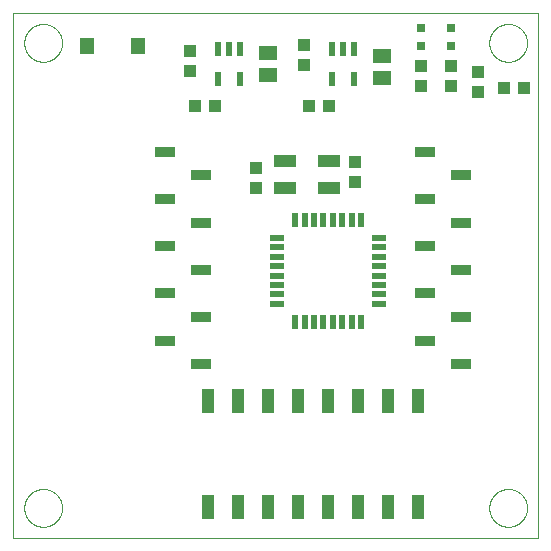
<source format=gtp>
G75*
%MOIN*%
%OFA0B0*%
%FSLAX25Y25*%
%IPPOS*%
%LPD*%
%AMOC8*
5,1,8,0,0,1.08239X$1,22.5*
%
%ADD10C,0.00000*%
%ADD11R,0.02200X0.05000*%
%ADD12R,0.05000X0.02200*%
%ADD13R,0.04300X0.07900*%
%ADD14R,0.03937X0.04331*%
%ADD15R,0.05000X0.05787*%
%ADD16R,0.03150X0.03150*%
%ADD17R,0.06693X0.03346*%
%ADD18R,0.07480X0.04331*%
%ADD19R,0.04331X0.03937*%
%ADD20R,0.02165X0.04724*%
%ADD21R,0.05906X0.05118*%
D10*
X0002800Y0003800D02*
X0002800Y0178800D01*
X0177800Y0178800D01*
X0177800Y0003800D01*
X0002800Y0003800D01*
X0006501Y0013800D02*
X0006503Y0013958D01*
X0006509Y0014116D01*
X0006519Y0014274D01*
X0006533Y0014432D01*
X0006551Y0014589D01*
X0006572Y0014746D01*
X0006598Y0014902D01*
X0006628Y0015058D01*
X0006661Y0015213D01*
X0006699Y0015366D01*
X0006740Y0015519D01*
X0006785Y0015671D01*
X0006834Y0015822D01*
X0006887Y0015971D01*
X0006943Y0016119D01*
X0007003Y0016265D01*
X0007067Y0016410D01*
X0007135Y0016553D01*
X0007206Y0016695D01*
X0007280Y0016835D01*
X0007358Y0016972D01*
X0007440Y0017108D01*
X0007524Y0017242D01*
X0007613Y0017373D01*
X0007704Y0017502D01*
X0007799Y0017629D01*
X0007896Y0017754D01*
X0007997Y0017876D01*
X0008101Y0017995D01*
X0008208Y0018112D01*
X0008318Y0018226D01*
X0008431Y0018337D01*
X0008546Y0018446D01*
X0008664Y0018551D01*
X0008785Y0018653D01*
X0008908Y0018753D01*
X0009034Y0018849D01*
X0009162Y0018942D01*
X0009292Y0019032D01*
X0009425Y0019118D01*
X0009560Y0019202D01*
X0009696Y0019281D01*
X0009835Y0019358D01*
X0009976Y0019430D01*
X0010118Y0019500D01*
X0010262Y0019565D01*
X0010408Y0019627D01*
X0010555Y0019685D01*
X0010704Y0019740D01*
X0010854Y0019791D01*
X0011005Y0019838D01*
X0011157Y0019881D01*
X0011310Y0019920D01*
X0011465Y0019956D01*
X0011620Y0019987D01*
X0011776Y0020015D01*
X0011932Y0020039D01*
X0012089Y0020059D01*
X0012247Y0020075D01*
X0012404Y0020087D01*
X0012563Y0020095D01*
X0012721Y0020099D01*
X0012879Y0020099D01*
X0013037Y0020095D01*
X0013196Y0020087D01*
X0013353Y0020075D01*
X0013511Y0020059D01*
X0013668Y0020039D01*
X0013824Y0020015D01*
X0013980Y0019987D01*
X0014135Y0019956D01*
X0014290Y0019920D01*
X0014443Y0019881D01*
X0014595Y0019838D01*
X0014746Y0019791D01*
X0014896Y0019740D01*
X0015045Y0019685D01*
X0015192Y0019627D01*
X0015338Y0019565D01*
X0015482Y0019500D01*
X0015624Y0019430D01*
X0015765Y0019358D01*
X0015904Y0019281D01*
X0016040Y0019202D01*
X0016175Y0019118D01*
X0016308Y0019032D01*
X0016438Y0018942D01*
X0016566Y0018849D01*
X0016692Y0018753D01*
X0016815Y0018653D01*
X0016936Y0018551D01*
X0017054Y0018446D01*
X0017169Y0018337D01*
X0017282Y0018226D01*
X0017392Y0018112D01*
X0017499Y0017995D01*
X0017603Y0017876D01*
X0017704Y0017754D01*
X0017801Y0017629D01*
X0017896Y0017502D01*
X0017987Y0017373D01*
X0018076Y0017242D01*
X0018160Y0017108D01*
X0018242Y0016972D01*
X0018320Y0016835D01*
X0018394Y0016695D01*
X0018465Y0016553D01*
X0018533Y0016410D01*
X0018597Y0016265D01*
X0018657Y0016119D01*
X0018713Y0015971D01*
X0018766Y0015822D01*
X0018815Y0015671D01*
X0018860Y0015519D01*
X0018901Y0015366D01*
X0018939Y0015213D01*
X0018972Y0015058D01*
X0019002Y0014902D01*
X0019028Y0014746D01*
X0019049Y0014589D01*
X0019067Y0014432D01*
X0019081Y0014274D01*
X0019091Y0014116D01*
X0019097Y0013958D01*
X0019099Y0013800D01*
X0019097Y0013642D01*
X0019091Y0013484D01*
X0019081Y0013326D01*
X0019067Y0013168D01*
X0019049Y0013011D01*
X0019028Y0012854D01*
X0019002Y0012698D01*
X0018972Y0012542D01*
X0018939Y0012387D01*
X0018901Y0012234D01*
X0018860Y0012081D01*
X0018815Y0011929D01*
X0018766Y0011778D01*
X0018713Y0011629D01*
X0018657Y0011481D01*
X0018597Y0011335D01*
X0018533Y0011190D01*
X0018465Y0011047D01*
X0018394Y0010905D01*
X0018320Y0010765D01*
X0018242Y0010628D01*
X0018160Y0010492D01*
X0018076Y0010358D01*
X0017987Y0010227D01*
X0017896Y0010098D01*
X0017801Y0009971D01*
X0017704Y0009846D01*
X0017603Y0009724D01*
X0017499Y0009605D01*
X0017392Y0009488D01*
X0017282Y0009374D01*
X0017169Y0009263D01*
X0017054Y0009154D01*
X0016936Y0009049D01*
X0016815Y0008947D01*
X0016692Y0008847D01*
X0016566Y0008751D01*
X0016438Y0008658D01*
X0016308Y0008568D01*
X0016175Y0008482D01*
X0016040Y0008398D01*
X0015904Y0008319D01*
X0015765Y0008242D01*
X0015624Y0008170D01*
X0015482Y0008100D01*
X0015338Y0008035D01*
X0015192Y0007973D01*
X0015045Y0007915D01*
X0014896Y0007860D01*
X0014746Y0007809D01*
X0014595Y0007762D01*
X0014443Y0007719D01*
X0014290Y0007680D01*
X0014135Y0007644D01*
X0013980Y0007613D01*
X0013824Y0007585D01*
X0013668Y0007561D01*
X0013511Y0007541D01*
X0013353Y0007525D01*
X0013196Y0007513D01*
X0013037Y0007505D01*
X0012879Y0007501D01*
X0012721Y0007501D01*
X0012563Y0007505D01*
X0012404Y0007513D01*
X0012247Y0007525D01*
X0012089Y0007541D01*
X0011932Y0007561D01*
X0011776Y0007585D01*
X0011620Y0007613D01*
X0011465Y0007644D01*
X0011310Y0007680D01*
X0011157Y0007719D01*
X0011005Y0007762D01*
X0010854Y0007809D01*
X0010704Y0007860D01*
X0010555Y0007915D01*
X0010408Y0007973D01*
X0010262Y0008035D01*
X0010118Y0008100D01*
X0009976Y0008170D01*
X0009835Y0008242D01*
X0009696Y0008319D01*
X0009560Y0008398D01*
X0009425Y0008482D01*
X0009292Y0008568D01*
X0009162Y0008658D01*
X0009034Y0008751D01*
X0008908Y0008847D01*
X0008785Y0008947D01*
X0008664Y0009049D01*
X0008546Y0009154D01*
X0008431Y0009263D01*
X0008318Y0009374D01*
X0008208Y0009488D01*
X0008101Y0009605D01*
X0007997Y0009724D01*
X0007896Y0009846D01*
X0007799Y0009971D01*
X0007704Y0010098D01*
X0007613Y0010227D01*
X0007524Y0010358D01*
X0007440Y0010492D01*
X0007358Y0010628D01*
X0007280Y0010765D01*
X0007206Y0010905D01*
X0007135Y0011047D01*
X0007067Y0011190D01*
X0007003Y0011335D01*
X0006943Y0011481D01*
X0006887Y0011629D01*
X0006834Y0011778D01*
X0006785Y0011929D01*
X0006740Y0012081D01*
X0006699Y0012234D01*
X0006661Y0012387D01*
X0006628Y0012542D01*
X0006598Y0012698D01*
X0006572Y0012854D01*
X0006551Y0013011D01*
X0006533Y0013168D01*
X0006519Y0013326D01*
X0006509Y0013484D01*
X0006503Y0013642D01*
X0006501Y0013800D01*
X0006501Y0168800D02*
X0006503Y0168958D01*
X0006509Y0169116D01*
X0006519Y0169274D01*
X0006533Y0169432D01*
X0006551Y0169589D01*
X0006572Y0169746D01*
X0006598Y0169902D01*
X0006628Y0170058D01*
X0006661Y0170213D01*
X0006699Y0170366D01*
X0006740Y0170519D01*
X0006785Y0170671D01*
X0006834Y0170822D01*
X0006887Y0170971D01*
X0006943Y0171119D01*
X0007003Y0171265D01*
X0007067Y0171410D01*
X0007135Y0171553D01*
X0007206Y0171695D01*
X0007280Y0171835D01*
X0007358Y0171972D01*
X0007440Y0172108D01*
X0007524Y0172242D01*
X0007613Y0172373D01*
X0007704Y0172502D01*
X0007799Y0172629D01*
X0007896Y0172754D01*
X0007997Y0172876D01*
X0008101Y0172995D01*
X0008208Y0173112D01*
X0008318Y0173226D01*
X0008431Y0173337D01*
X0008546Y0173446D01*
X0008664Y0173551D01*
X0008785Y0173653D01*
X0008908Y0173753D01*
X0009034Y0173849D01*
X0009162Y0173942D01*
X0009292Y0174032D01*
X0009425Y0174118D01*
X0009560Y0174202D01*
X0009696Y0174281D01*
X0009835Y0174358D01*
X0009976Y0174430D01*
X0010118Y0174500D01*
X0010262Y0174565D01*
X0010408Y0174627D01*
X0010555Y0174685D01*
X0010704Y0174740D01*
X0010854Y0174791D01*
X0011005Y0174838D01*
X0011157Y0174881D01*
X0011310Y0174920D01*
X0011465Y0174956D01*
X0011620Y0174987D01*
X0011776Y0175015D01*
X0011932Y0175039D01*
X0012089Y0175059D01*
X0012247Y0175075D01*
X0012404Y0175087D01*
X0012563Y0175095D01*
X0012721Y0175099D01*
X0012879Y0175099D01*
X0013037Y0175095D01*
X0013196Y0175087D01*
X0013353Y0175075D01*
X0013511Y0175059D01*
X0013668Y0175039D01*
X0013824Y0175015D01*
X0013980Y0174987D01*
X0014135Y0174956D01*
X0014290Y0174920D01*
X0014443Y0174881D01*
X0014595Y0174838D01*
X0014746Y0174791D01*
X0014896Y0174740D01*
X0015045Y0174685D01*
X0015192Y0174627D01*
X0015338Y0174565D01*
X0015482Y0174500D01*
X0015624Y0174430D01*
X0015765Y0174358D01*
X0015904Y0174281D01*
X0016040Y0174202D01*
X0016175Y0174118D01*
X0016308Y0174032D01*
X0016438Y0173942D01*
X0016566Y0173849D01*
X0016692Y0173753D01*
X0016815Y0173653D01*
X0016936Y0173551D01*
X0017054Y0173446D01*
X0017169Y0173337D01*
X0017282Y0173226D01*
X0017392Y0173112D01*
X0017499Y0172995D01*
X0017603Y0172876D01*
X0017704Y0172754D01*
X0017801Y0172629D01*
X0017896Y0172502D01*
X0017987Y0172373D01*
X0018076Y0172242D01*
X0018160Y0172108D01*
X0018242Y0171972D01*
X0018320Y0171835D01*
X0018394Y0171695D01*
X0018465Y0171553D01*
X0018533Y0171410D01*
X0018597Y0171265D01*
X0018657Y0171119D01*
X0018713Y0170971D01*
X0018766Y0170822D01*
X0018815Y0170671D01*
X0018860Y0170519D01*
X0018901Y0170366D01*
X0018939Y0170213D01*
X0018972Y0170058D01*
X0019002Y0169902D01*
X0019028Y0169746D01*
X0019049Y0169589D01*
X0019067Y0169432D01*
X0019081Y0169274D01*
X0019091Y0169116D01*
X0019097Y0168958D01*
X0019099Y0168800D01*
X0019097Y0168642D01*
X0019091Y0168484D01*
X0019081Y0168326D01*
X0019067Y0168168D01*
X0019049Y0168011D01*
X0019028Y0167854D01*
X0019002Y0167698D01*
X0018972Y0167542D01*
X0018939Y0167387D01*
X0018901Y0167234D01*
X0018860Y0167081D01*
X0018815Y0166929D01*
X0018766Y0166778D01*
X0018713Y0166629D01*
X0018657Y0166481D01*
X0018597Y0166335D01*
X0018533Y0166190D01*
X0018465Y0166047D01*
X0018394Y0165905D01*
X0018320Y0165765D01*
X0018242Y0165628D01*
X0018160Y0165492D01*
X0018076Y0165358D01*
X0017987Y0165227D01*
X0017896Y0165098D01*
X0017801Y0164971D01*
X0017704Y0164846D01*
X0017603Y0164724D01*
X0017499Y0164605D01*
X0017392Y0164488D01*
X0017282Y0164374D01*
X0017169Y0164263D01*
X0017054Y0164154D01*
X0016936Y0164049D01*
X0016815Y0163947D01*
X0016692Y0163847D01*
X0016566Y0163751D01*
X0016438Y0163658D01*
X0016308Y0163568D01*
X0016175Y0163482D01*
X0016040Y0163398D01*
X0015904Y0163319D01*
X0015765Y0163242D01*
X0015624Y0163170D01*
X0015482Y0163100D01*
X0015338Y0163035D01*
X0015192Y0162973D01*
X0015045Y0162915D01*
X0014896Y0162860D01*
X0014746Y0162809D01*
X0014595Y0162762D01*
X0014443Y0162719D01*
X0014290Y0162680D01*
X0014135Y0162644D01*
X0013980Y0162613D01*
X0013824Y0162585D01*
X0013668Y0162561D01*
X0013511Y0162541D01*
X0013353Y0162525D01*
X0013196Y0162513D01*
X0013037Y0162505D01*
X0012879Y0162501D01*
X0012721Y0162501D01*
X0012563Y0162505D01*
X0012404Y0162513D01*
X0012247Y0162525D01*
X0012089Y0162541D01*
X0011932Y0162561D01*
X0011776Y0162585D01*
X0011620Y0162613D01*
X0011465Y0162644D01*
X0011310Y0162680D01*
X0011157Y0162719D01*
X0011005Y0162762D01*
X0010854Y0162809D01*
X0010704Y0162860D01*
X0010555Y0162915D01*
X0010408Y0162973D01*
X0010262Y0163035D01*
X0010118Y0163100D01*
X0009976Y0163170D01*
X0009835Y0163242D01*
X0009696Y0163319D01*
X0009560Y0163398D01*
X0009425Y0163482D01*
X0009292Y0163568D01*
X0009162Y0163658D01*
X0009034Y0163751D01*
X0008908Y0163847D01*
X0008785Y0163947D01*
X0008664Y0164049D01*
X0008546Y0164154D01*
X0008431Y0164263D01*
X0008318Y0164374D01*
X0008208Y0164488D01*
X0008101Y0164605D01*
X0007997Y0164724D01*
X0007896Y0164846D01*
X0007799Y0164971D01*
X0007704Y0165098D01*
X0007613Y0165227D01*
X0007524Y0165358D01*
X0007440Y0165492D01*
X0007358Y0165628D01*
X0007280Y0165765D01*
X0007206Y0165905D01*
X0007135Y0166047D01*
X0007067Y0166190D01*
X0007003Y0166335D01*
X0006943Y0166481D01*
X0006887Y0166629D01*
X0006834Y0166778D01*
X0006785Y0166929D01*
X0006740Y0167081D01*
X0006699Y0167234D01*
X0006661Y0167387D01*
X0006628Y0167542D01*
X0006598Y0167698D01*
X0006572Y0167854D01*
X0006551Y0168011D01*
X0006533Y0168168D01*
X0006519Y0168326D01*
X0006509Y0168484D01*
X0006503Y0168642D01*
X0006501Y0168800D01*
X0161501Y0168800D02*
X0161503Y0168958D01*
X0161509Y0169116D01*
X0161519Y0169274D01*
X0161533Y0169432D01*
X0161551Y0169589D01*
X0161572Y0169746D01*
X0161598Y0169902D01*
X0161628Y0170058D01*
X0161661Y0170213D01*
X0161699Y0170366D01*
X0161740Y0170519D01*
X0161785Y0170671D01*
X0161834Y0170822D01*
X0161887Y0170971D01*
X0161943Y0171119D01*
X0162003Y0171265D01*
X0162067Y0171410D01*
X0162135Y0171553D01*
X0162206Y0171695D01*
X0162280Y0171835D01*
X0162358Y0171972D01*
X0162440Y0172108D01*
X0162524Y0172242D01*
X0162613Y0172373D01*
X0162704Y0172502D01*
X0162799Y0172629D01*
X0162896Y0172754D01*
X0162997Y0172876D01*
X0163101Y0172995D01*
X0163208Y0173112D01*
X0163318Y0173226D01*
X0163431Y0173337D01*
X0163546Y0173446D01*
X0163664Y0173551D01*
X0163785Y0173653D01*
X0163908Y0173753D01*
X0164034Y0173849D01*
X0164162Y0173942D01*
X0164292Y0174032D01*
X0164425Y0174118D01*
X0164560Y0174202D01*
X0164696Y0174281D01*
X0164835Y0174358D01*
X0164976Y0174430D01*
X0165118Y0174500D01*
X0165262Y0174565D01*
X0165408Y0174627D01*
X0165555Y0174685D01*
X0165704Y0174740D01*
X0165854Y0174791D01*
X0166005Y0174838D01*
X0166157Y0174881D01*
X0166310Y0174920D01*
X0166465Y0174956D01*
X0166620Y0174987D01*
X0166776Y0175015D01*
X0166932Y0175039D01*
X0167089Y0175059D01*
X0167247Y0175075D01*
X0167404Y0175087D01*
X0167563Y0175095D01*
X0167721Y0175099D01*
X0167879Y0175099D01*
X0168037Y0175095D01*
X0168196Y0175087D01*
X0168353Y0175075D01*
X0168511Y0175059D01*
X0168668Y0175039D01*
X0168824Y0175015D01*
X0168980Y0174987D01*
X0169135Y0174956D01*
X0169290Y0174920D01*
X0169443Y0174881D01*
X0169595Y0174838D01*
X0169746Y0174791D01*
X0169896Y0174740D01*
X0170045Y0174685D01*
X0170192Y0174627D01*
X0170338Y0174565D01*
X0170482Y0174500D01*
X0170624Y0174430D01*
X0170765Y0174358D01*
X0170904Y0174281D01*
X0171040Y0174202D01*
X0171175Y0174118D01*
X0171308Y0174032D01*
X0171438Y0173942D01*
X0171566Y0173849D01*
X0171692Y0173753D01*
X0171815Y0173653D01*
X0171936Y0173551D01*
X0172054Y0173446D01*
X0172169Y0173337D01*
X0172282Y0173226D01*
X0172392Y0173112D01*
X0172499Y0172995D01*
X0172603Y0172876D01*
X0172704Y0172754D01*
X0172801Y0172629D01*
X0172896Y0172502D01*
X0172987Y0172373D01*
X0173076Y0172242D01*
X0173160Y0172108D01*
X0173242Y0171972D01*
X0173320Y0171835D01*
X0173394Y0171695D01*
X0173465Y0171553D01*
X0173533Y0171410D01*
X0173597Y0171265D01*
X0173657Y0171119D01*
X0173713Y0170971D01*
X0173766Y0170822D01*
X0173815Y0170671D01*
X0173860Y0170519D01*
X0173901Y0170366D01*
X0173939Y0170213D01*
X0173972Y0170058D01*
X0174002Y0169902D01*
X0174028Y0169746D01*
X0174049Y0169589D01*
X0174067Y0169432D01*
X0174081Y0169274D01*
X0174091Y0169116D01*
X0174097Y0168958D01*
X0174099Y0168800D01*
X0174097Y0168642D01*
X0174091Y0168484D01*
X0174081Y0168326D01*
X0174067Y0168168D01*
X0174049Y0168011D01*
X0174028Y0167854D01*
X0174002Y0167698D01*
X0173972Y0167542D01*
X0173939Y0167387D01*
X0173901Y0167234D01*
X0173860Y0167081D01*
X0173815Y0166929D01*
X0173766Y0166778D01*
X0173713Y0166629D01*
X0173657Y0166481D01*
X0173597Y0166335D01*
X0173533Y0166190D01*
X0173465Y0166047D01*
X0173394Y0165905D01*
X0173320Y0165765D01*
X0173242Y0165628D01*
X0173160Y0165492D01*
X0173076Y0165358D01*
X0172987Y0165227D01*
X0172896Y0165098D01*
X0172801Y0164971D01*
X0172704Y0164846D01*
X0172603Y0164724D01*
X0172499Y0164605D01*
X0172392Y0164488D01*
X0172282Y0164374D01*
X0172169Y0164263D01*
X0172054Y0164154D01*
X0171936Y0164049D01*
X0171815Y0163947D01*
X0171692Y0163847D01*
X0171566Y0163751D01*
X0171438Y0163658D01*
X0171308Y0163568D01*
X0171175Y0163482D01*
X0171040Y0163398D01*
X0170904Y0163319D01*
X0170765Y0163242D01*
X0170624Y0163170D01*
X0170482Y0163100D01*
X0170338Y0163035D01*
X0170192Y0162973D01*
X0170045Y0162915D01*
X0169896Y0162860D01*
X0169746Y0162809D01*
X0169595Y0162762D01*
X0169443Y0162719D01*
X0169290Y0162680D01*
X0169135Y0162644D01*
X0168980Y0162613D01*
X0168824Y0162585D01*
X0168668Y0162561D01*
X0168511Y0162541D01*
X0168353Y0162525D01*
X0168196Y0162513D01*
X0168037Y0162505D01*
X0167879Y0162501D01*
X0167721Y0162501D01*
X0167563Y0162505D01*
X0167404Y0162513D01*
X0167247Y0162525D01*
X0167089Y0162541D01*
X0166932Y0162561D01*
X0166776Y0162585D01*
X0166620Y0162613D01*
X0166465Y0162644D01*
X0166310Y0162680D01*
X0166157Y0162719D01*
X0166005Y0162762D01*
X0165854Y0162809D01*
X0165704Y0162860D01*
X0165555Y0162915D01*
X0165408Y0162973D01*
X0165262Y0163035D01*
X0165118Y0163100D01*
X0164976Y0163170D01*
X0164835Y0163242D01*
X0164696Y0163319D01*
X0164560Y0163398D01*
X0164425Y0163482D01*
X0164292Y0163568D01*
X0164162Y0163658D01*
X0164034Y0163751D01*
X0163908Y0163847D01*
X0163785Y0163947D01*
X0163664Y0164049D01*
X0163546Y0164154D01*
X0163431Y0164263D01*
X0163318Y0164374D01*
X0163208Y0164488D01*
X0163101Y0164605D01*
X0162997Y0164724D01*
X0162896Y0164846D01*
X0162799Y0164971D01*
X0162704Y0165098D01*
X0162613Y0165227D01*
X0162524Y0165358D01*
X0162440Y0165492D01*
X0162358Y0165628D01*
X0162280Y0165765D01*
X0162206Y0165905D01*
X0162135Y0166047D01*
X0162067Y0166190D01*
X0162003Y0166335D01*
X0161943Y0166481D01*
X0161887Y0166629D01*
X0161834Y0166778D01*
X0161785Y0166929D01*
X0161740Y0167081D01*
X0161699Y0167234D01*
X0161661Y0167387D01*
X0161628Y0167542D01*
X0161598Y0167698D01*
X0161572Y0167854D01*
X0161551Y0168011D01*
X0161533Y0168168D01*
X0161519Y0168326D01*
X0161509Y0168484D01*
X0161503Y0168642D01*
X0161501Y0168800D01*
X0161501Y0013800D02*
X0161503Y0013958D01*
X0161509Y0014116D01*
X0161519Y0014274D01*
X0161533Y0014432D01*
X0161551Y0014589D01*
X0161572Y0014746D01*
X0161598Y0014902D01*
X0161628Y0015058D01*
X0161661Y0015213D01*
X0161699Y0015366D01*
X0161740Y0015519D01*
X0161785Y0015671D01*
X0161834Y0015822D01*
X0161887Y0015971D01*
X0161943Y0016119D01*
X0162003Y0016265D01*
X0162067Y0016410D01*
X0162135Y0016553D01*
X0162206Y0016695D01*
X0162280Y0016835D01*
X0162358Y0016972D01*
X0162440Y0017108D01*
X0162524Y0017242D01*
X0162613Y0017373D01*
X0162704Y0017502D01*
X0162799Y0017629D01*
X0162896Y0017754D01*
X0162997Y0017876D01*
X0163101Y0017995D01*
X0163208Y0018112D01*
X0163318Y0018226D01*
X0163431Y0018337D01*
X0163546Y0018446D01*
X0163664Y0018551D01*
X0163785Y0018653D01*
X0163908Y0018753D01*
X0164034Y0018849D01*
X0164162Y0018942D01*
X0164292Y0019032D01*
X0164425Y0019118D01*
X0164560Y0019202D01*
X0164696Y0019281D01*
X0164835Y0019358D01*
X0164976Y0019430D01*
X0165118Y0019500D01*
X0165262Y0019565D01*
X0165408Y0019627D01*
X0165555Y0019685D01*
X0165704Y0019740D01*
X0165854Y0019791D01*
X0166005Y0019838D01*
X0166157Y0019881D01*
X0166310Y0019920D01*
X0166465Y0019956D01*
X0166620Y0019987D01*
X0166776Y0020015D01*
X0166932Y0020039D01*
X0167089Y0020059D01*
X0167247Y0020075D01*
X0167404Y0020087D01*
X0167563Y0020095D01*
X0167721Y0020099D01*
X0167879Y0020099D01*
X0168037Y0020095D01*
X0168196Y0020087D01*
X0168353Y0020075D01*
X0168511Y0020059D01*
X0168668Y0020039D01*
X0168824Y0020015D01*
X0168980Y0019987D01*
X0169135Y0019956D01*
X0169290Y0019920D01*
X0169443Y0019881D01*
X0169595Y0019838D01*
X0169746Y0019791D01*
X0169896Y0019740D01*
X0170045Y0019685D01*
X0170192Y0019627D01*
X0170338Y0019565D01*
X0170482Y0019500D01*
X0170624Y0019430D01*
X0170765Y0019358D01*
X0170904Y0019281D01*
X0171040Y0019202D01*
X0171175Y0019118D01*
X0171308Y0019032D01*
X0171438Y0018942D01*
X0171566Y0018849D01*
X0171692Y0018753D01*
X0171815Y0018653D01*
X0171936Y0018551D01*
X0172054Y0018446D01*
X0172169Y0018337D01*
X0172282Y0018226D01*
X0172392Y0018112D01*
X0172499Y0017995D01*
X0172603Y0017876D01*
X0172704Y0017754D01*
X0172801Y0017629D01*
X0172896Y0017502D01*
X0172987Y0017373D01*
X0173076Y0017242D01*
X0173160Y0017108D01*
X0173242Y0016972D01*
X0173320Y0016835D01*
X0173394Y0016695D01*
X0173465Y0016553D01*
X0173533Y0016410D01*
X0173597Y0016265D01*
X0173657Y0016119D01*
X0173713Y0015971D01*
X0173766Y0015822D01*
X0173815Y0015671D01*
X0173860Y0015519D01*
X0173901Y0015366D01*
X0173939Y0015213D01*
X0173972Y0015058D01*
X0174002Y0014902D01*
X0174028Y0014746D01*
X0174049Y0014589D01*
X0174067Y0014432D01*
X0174081Y0014274D01*
X0174091Y0014116D01*
X0174097Y0013958D01*
X0174099Y0013800D01*
X0174097Y0013642D01*
X0174091Y0013484D01*
X0174081Y0013326D01*
X0174067Y0013168D01*
X0174049Y0013011D01*
X0174028Y0012854D01*
X0174002Y0012698D01*
X0173972Y0012542D01*
X0173939Y0012387D01*
X0173901Y0012234D01*
X0173860Y0012081D01*
X0173815Y0011929D01*
X0173766Y0011778D01*
X0173713Y0011629D01*
X0173657Y0011481D01*
X0173597Y0011335D01*
X0173533Y0011190D01*
X0173465Y0011047D01*
X0173394Y0010905D01*
X0173320Y0010765D01*
X0173242Y0010628D01*
X0173160Y0010492D01*
X0173076Y0010358D01*
X0172987Y0010227D01*
X0172896Y0010098D01*
X0172801Y0009971D01*
X0172704Y0009846D01*
X0172603Y0009724D01*
X0172499Y0009605D01*
X0172392Y0009488D01*
X0172282Y0009374D01*
X0172169Y0009263D01*
X0172054Y0009154D01*
X0171936Y0009049D01*
X0171815Y0008947D01*
X0171692Y0008847D01*
X0171566Y0008751D01*
X0171438Y0008658D01*
X0171308Y0008568D01*
X0171175Y0008482D01*
X0171040Y0008398D01*
X0170904Y0008319D01*
X0170765Y0008242D01*
X0170624Y0008170D01*
X0170482Y0008100D01*
X0170338Y0008035D01*
X0170192Y0007973D01*
X0170045Y0007915D01*
X0169896Y0007860D01*
X0169746Y0007809D01*
X0169595Y0007762D01*
X0169443Y0007719D01*
X0169290Y0007680D01*
X0169135Y0007644D01*
X0168980Y0007613D01*
X0168824Y0007585D01*
X0168668Y0007561D01*
X0168511Y0007541D01*
X0168353Y0007525D01*
X0168196Y0007513D01*
X0168037Y0007505D01*
X0167879Y0007501D01*
X0167721Y0007501D01*
X0167563Y0007505D01*
X0167404Y0007513D01*
X0167247Y0007525D01*
X0167089Y0007541D01*
X0166932Y0007561D01*
X0166776Y0007585D01*
X0166620Y0007613D01*
X0166465Y0007644D01*
X0166310Y0007680D01*
X0166157Y0007719D01*
X0166005Y0007762D01*
X0165854Y0007809D01*
X0165704Y0007860D01*
X0165555Y0007915D01*
X0165408Y0007973D01*
X0165262Y0008035D01*
X0165118Y0008100D01*
X0164976Y0008170D01*
X0164835Y0008242D01*
X0164696Y0008319D01*
X0164560Y0008398D01*
X0164425Y0008482D01*
X0164292Y0008568D01*
X0164162Y0008658D01*
X0164034Y0008751D01*
X0163908Y0008847D01*
X0163785Y0008947D01*
X0163664Y0009049D01*
X0163546Y0009154D01*
X0163431Y0009263D01*
X0163318Y0009374D01*
X0163208Y0009488D01*
X0163101Y0009605D01*
X0162997Y0009724D01*
X0162896Y0009846D01*
X0162799Y0009971D01*
X0162704Y0010098D01*
X0162613Y0010227D01*
X0162524Y0010358D01*
X0162440Y0010492D01*
X0162358Y0010628D01*
X0162280Y0010765D01*
X0162206Y0010905D01*
X0162135Y0011047D01*
X0162067Y0011190D01*
X0162003Y0011335D01*
X0161943Y0011481D01*
X0161887Y0011629D01*
X0161834Y0011778D01*
X0161785Y0011929D01*
X0161740Y0012081D01*
X0161699Y0012234D01*
X0161661Y0012387D01*
X0161628Y0012542D01*
X0161598Y0012698D01*
X0161572Y0012854D01*
X0161551Y0013011D01*
X0161533Y0013168D01*
X0161519Y0013326D01*
X0161509Y0013484D01*
X0161503Y0013642D01*
X0161501Y0013800D01*
D11*
X0118824Y0075900D03*
X0115674Y0075900D03*
X0112524Y0075900D03*
X0109375Y0075900D03*
X0106225Y0075900D03*
X0103076Y0075900D03*
X0099926Y0075900D03*
X0096776Y0075900D03*
X0096776Y0109700D03*
X0099926Y0109700D03*
X0103076Y0109700D03*
X0106225Y0109700D03*
X0109375Y0109700D03*
X0112524Y0109700D03*
X0115674Y0109700D03*
X0118824Y0109700D03*
D12*
X0124700Y0103824D03*
X0124700Y0100674D03*
X0124700Y0097524D03*
X0124700Y0094375D03*
X0124700Y0091225D03*
X0124700Y0088076D03*
X0124700Y0084926D03*
X0124700Y0081776D03*
X0090900Y0081776D03*
X0090900Y0084926D03*
X0090900Y0088076D03*
X0090900Y0091225D03*
X0090900Y0094375D03*
X0090900Y0097524D03*
X0090900Y0100674D03*
X0090900Y0103824D03*
D13*
X0087800Y0049500D03*
X0077800Y0049500D03*
X0067800Y0049500D03*
X0097800Y0049500D03*
X0107800Y0049500D03*
X0117800Y0049500D03*
X0127800Y0049500D03*
X0137800Y0049500D03*
X0137800Y0014100D03*
X0127800Y0014100D03*
X0117800Y0014100D03*
X0107800Y0014100D03*
X0097800Y0014100D03*
X0087800Y0014100D03*
X0077800Y0014100D03*
X0067800Y0014100D03*
D14*
X0083800Y0120454D03*
X0083800Y0127146D03*
X0061800Y0159454D03*
X0061800Y0166146D03*
X0099800Y0168146D03*
X0099800Y0161454D03*
X0116800Y0129146D03*
X0116800Y0122454D03*
X0138800Y0154454D03*
X0138800Y0161146D03*
X0148800Y0161146D03*
X0148800Y0154454D03*
X0157800Y0152454D03*
X0157800Y0159146D03*
D15*
X0044265Y0167800D03*
X0027335Y0167800D03*
D16*
X0138800Y0167847D03*
X0138800Y0173753D03*
X0148800Y0173753D03*
X0148800Y0167847D03*
D17*
X0140202Y0132540D03*
X0152013Y0124666D03*
X0140202Y0116792D03*
X0152013Y0108918D03*
X0140202Y0101044D03*
X0152013Y0093170D03*
X0140202Y0085296D03*
X0152013Y0077422D03*
X0140202Y0069548D03*
X0152013Y0061674D03*
X0065398Y0061674D03*
X0053587Y0069548D03*
X0065398Y0077422D03*
X0053587Y0085296D03*
X0065398Y0093170D03*
X0053587Y0101044D03*
X0065398Y0108918D03*
X0053587Y0116792D03*
X0065398Y0124666D03*
X0053587Y0132540D03*
D18*
X0093517Y0129328D03*
X0093517Y0120272D03*
X0108083Y0120272D03*
X0108083Y0129328D03*
D19*
X0108146Y0147800D03*
X0101454Y0147800D03*
X0070146Y0147800D03*
X0063454Y0147800D03*
X0166454Y0153800D03*
X0173146Y0153800D03*
D20*
X0116540Y0156681D03*
X0109060Y0156681D03*
X0109060Y0166919D03*
X0112800Y0166919D03*
X0116540Y0166919D03*
X0078540Y0166919D03*
X0074800Y0166919D03*
X0071060Y0166919D03*
X0071060Y0156681D03*
X0078540Y0156681D03*
D21*
X0087800Y0158060D03*
X0087800Y0165540D03*
X0125800Y0164540D03*
X0125800Y0157060D03*
M02*

</source>
